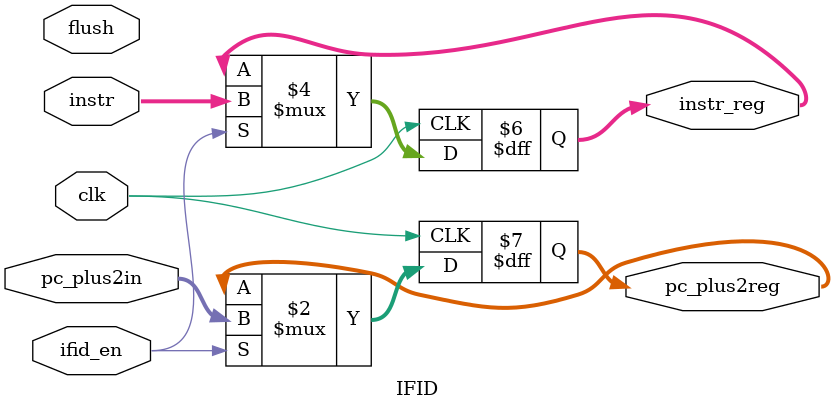
<source format=v>
`timescale 1ns / 100 ps

module IFID(clk, ifid_en, flush, instr, pc_plus2in, pc_plus2reg, instr_reg);
	input clk, flush;
	input ifid_en;
	input[15:0] instr, pc_plus2in;
	output[15:0] instr_reg, pc_plus2reg;
	
	reg[15:0] instr_reg, pc_plus2reg;
	
	always@(posedge clk)
	begin
//		if(flush)
//		begin
//			instr_reg <= 0;
//			pc_plus2reg <= 0;
//		end
		if(ifid_en)
		begin
			instr_reg <= instr;
			pc_plus2reg <= pc_plus2in;
		end
//		else if(ifid_en == 0)
//		begin
//			instr_reg <= instr;
//			pc_plus2reg <= 0;
//		end
		
	end

endmodule

</source>
